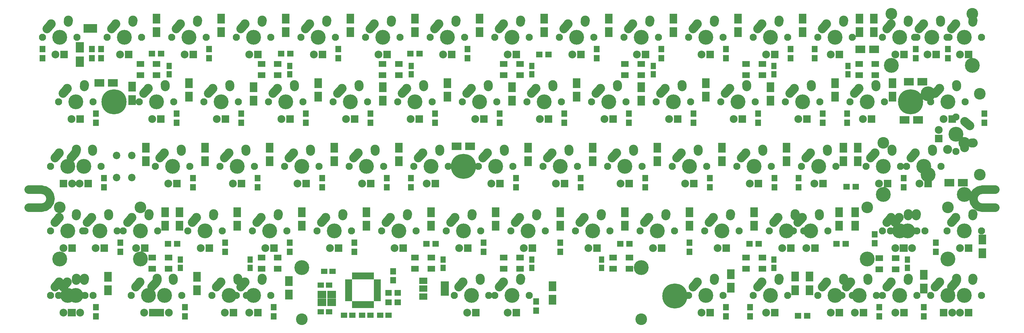
<source format=gbs>
G04 #@! TF.FileFunction,Soldermask,Bot*
%FSLAX46Y46*%
G04 Gerber Fmt 4.6, Leading zero omitted, Abs format (unit mm)*
G04 Created by KiCad (PCBNEW 4.0.6) date 10/22/17 20:43:40*
%MOMM*%
%LPD*%
G01*
G04 APERTURE LIST*
%ADD10C,0.100000*%
%ADD11C,2.501900*%
%ADD12C,2.650000*%
%ADD13C,2.650000*%
%ADD14C,4.387800*%
%ADD15C,2.305000*%
%ADD16R,2.305000X2.305000*%
%ADD17C,2.101800*%
%ADD18R,1.700000X1.900000*%
%ADD19C,7.401300*%
%ADD20C,7.400240*%
%ADD21R,1.900000X1.650000*%
%ADD22R,1.650000X1.900000*%
%ADD23R,2.430000X3.050000*%
%ADD24C,3.448000*%
%ADD25R,2.400000X4.200000*%
%ADD26R,2.400000X1.900000*%
%ADD27R,1.900000X1.700000*%
%ADD28R,2.200000X1.800000*%
%ADD29C,2.200000*%
%ADD30R,2.000000X0.950000*%
%ADD31R,0.950000X2.000000*%
%ADD32R,0.900000X2.650000*%
%ADD33R,2.200000X2.900000*%
%ADD34R,2.900000X2.200000*%
%ADD35R,2.500000X2.200000*%
G04 APERTURE END LIST*
D10*
D11*
X329212500Y-102099050D02*
X333012500Y-102099050D01*
X326561550Y-104750000D02*
G75*
G02X329212500Y-102099050I2650950J0D01*
G01*
X329212500Y-107400950D02*
G75*
G02X326561550Y-104750000I0J2650950D01*
G01*
X329212500Y-107400950D02*
X333062500Y-107400950D01*
X48012500Y-102099050D02*
X51812500Y-102099050D01*
X54463450Y-104750000D02*
G75*
G03X51812500Y-102099050I-2650950J0D01*
G01*
X51812500Y-107400950D02*
G75*
G03X54463450Y-104750000I0J2650950D01*
G01*
X48012500Y-107400950D02*
X51812500Y-107400950D01*
D12*
X169187500Y-90750000D02*
X169227500Y-90170000D01*
D13*
X169227500Y-90170000D03*
D12*
X162877500Y-92710000D02*
X164187500Y-91250000D01*
D14*
X166687500Y-95250000D03*
D13*
X164187500Y-91250000D03*
D15*
X165417500Y-100330000D03*
D16*
X167957500Y-100330000D03*
D17*
X161607500Y-95250000D03*
X171767500Y-95250000D03*
D12*
X97750000Y-52650000D02*
X97790000Y-52070000D01*
D13*
X97790000Y-52070000D03*
D12*
X91440000Y-54610000D02*
X92750000Y-53150000D01*
D14*
X95250000Y-57150000D03*
D13*
X92750000Y-53150000D03*
D15*
X93980000Y-62230000D03*
D16*
X96520000Y-62230000D03*
D17*
X90170000Y-57150000D03*
X100330000Y-57150000D03*
D18*
X155448000Y-128858000D03*
X155448000Y-126158000D03*
D19*
X73212500Y-76150000D03*
D20*
X176212500Y-95250000D03*
X238512500Y-133450000D03*
X308062500Y-76150000D03*
D21*
X136614000Y-138160000D03*
X134114000Y-138160000D03*
X134114000Y-130286000D03*
X136614000Y-130286000D03*
X154140000Y-139176000D03*
X151640000Y-139176000D03*
X137650000Y-126222000D03*
X135150000Y-126222000D03*
X143472000Y-139176000D03*
X140972000Y-139176000D03*
X146306000Y-139176000D03*
X148806000Y-139176000D03*
D22*
X170180000Y-122702000D03*
X170180000Y-125202000D03*
X196342000Y-122702000D03*
X196342000Y-125202000D03*
X216916000Y-122702000D03*
X216916000Y-125202000D03*
X267716000Y-122702000D03*
X267716000Y-125202000D03*
X307086000Y-122702000D03*
X307086000Y-125202000D03*
X289560000Y-65552000D03*
X289560000Y-68052000D03*
X267716000Y-65552000D03*
X267716000Y-68052000D03*
X232156000Y-65552000D03*
X232156000Y-68052000D03*
X196342000Y-65552000D03*
X196342000Y-68052000D03*
X160782000Y-65552000D03*
X160782000Y-68052000D03*
X124968000Y-65552000D03*
X124968000Y-68052000D03*
X89408000Y-65552000D03*
X89408000Y-68052000D03*
X92710000Y-122702000D03*
X92710000Y-125202000D03*
X113284000Y-122702000D03*
X113284000Y-125202000D03*
D23*
X63103125Y-64293750D03*
X63103125Y-60113750D03*
D12*
X250150000Y-52650000D02*
X250190000Y-52070000D01*
D13*
X250190000Y-52070000D03*
D12*
X243840000Y-54610000D02*
X245150000Y-53150000D01*
D14*
X247650000Y-57150000D03*
D13*
X245150000Y-53150000D03*
D15*
X246380000Y-62230000D03*
D16*
X248920000Y-62230000D03*
D17*
X242570000Y-57150000D03*
X252730000Y-57150000D03*
D12*
X78700000Y-52650000D02*
X78740000Y-52070000D01*
D13*
X78740000Y-52070000D03*
D12*
X72390000Y-54610000D02*
X73700000Y-53150000D01*
D14*
X76200000Y-57150000D03*
D13*
X73700000Y-53150000D03*
D15*
X74930000Y-62230000D03*
D16*
X77470000Y-62230000D03*
D17*
X71120000Y-57150000D03*
X81280000Y-57150000D03*
D12*
X116800000Y-52650000D02*
X116840000Y-52070000D01*
D13*
X116840000Y-52070000D03*
D12*
X110490000Y-54610000D02*
X111800000Y-53150000D01*
D14*
X114300000Y-57150000D03*
D13*
X111800000Y-53150000D03*
D15*
X113030000Y-62230000D03*
D16*
X115570000Y-62230000D03*
D17*
X109220000Y-57150000D03*
X119380000Y-57150000D03*
D12*
X135850000Y-52650000D02*
X135890000Y-52070000D01*
D13*
X135890000Y-52070000D03*
D12*
X129540000Y-54610000D02*
X130850000Y-53150000D01*
D14*
X133350000Y-57150000D03*
D13*
X130850000Y-53150000D03*
D15*
X132080000Y-62230000D03*
D16*
X134620000Y-62230000D03*
D17*
X128270000Y-57150000D03*
X138430000Y-57150000D03*
D12*
X154900000Y-52650000D02*
X154940000Y-52070000D01*
D13*
X154940000Y-52070000D03*
D12*
X148590000Y-54610000D02*
X149900000Y-53150000D01*
D14*
X152400000Y-57150000D03*
D13*
X149900000Y-53150000D03*
D15*
X151130000Y-62230000D03*
D16*
X153670000Y-62230000D03*
D17*
X147320000Y-57150000D03*
X157480000Y-57150000D03*
D12*
X173950000Y-52650000D02*
X173990000Y-52070000D01*
D13*
X173990000Y-52070000D03*
D12*
X167640000Y-54610000D02*
X168950000Y-53150000D01*
D14*
X171450000Y-57150000D03*
D13*
X168950000Y-53150000D03*
D15*
X170180000Y-62230000D03*
D16*
X172720000Y-62230000D03*
D17*
X166370000Y-57150000D03*
X176530000Y-57150000D03*
D12*
X193000000Y-52650000D02*
X193040000Y-52070000D01*
D13*
X193040000Y-52070000D03*
D12*
X186690000Y-54610000D02*
X188000000Y-53150000D01*
D14*
X190500000Y-57150000D03*
D13*
X188000000Y-53150000D03*
D15*
X189230000Y-62230000D03*
D16*
X191770000Y-62230000D03*
D17*
X185420000Y-57150000D03*
X195580000Y-57150000D03*
D12*
X212050000Y-52650000D02*
X212090000Y-52070000D01*
D13*
X212090000Y-52070000D03*
D12*
X205740000Y-54610000D02*
X207050000Y-53150000D01*
D14*
X209550000Y-57150000D03*
D13*
X207050000Y-53150000D03*
D15*
X208280000Y-62230000D03*
D16*
X210820000Y-62230000D03*
D17*
X204470000Y-57150000D03*
X214630000Y-57150000D03*
D12*
X231100000Y-52650000D02*
X231140000Y-52070000D01*
D13*
X231140000Y-52070000D03*
D12*
X224790000Y-54610000D02*
X226100000Y-53150000D01*
D14*
X228600000Y-57150000D03*
D13*
X226100000Y-53150000D03*
D15*
X227330000Y-62230000D03*
D16*
X229870000Y-62230000D03*
D17*
X223520000Y-57150000D03*
X233680000Y-57150000D03*
D12*
X283487500Y-90750000D02*
X283527500Y-90170000D01*
D13*
X283527500Y-90170000D03*
D12*
X277177500Y-92710000D02*
X278487500Y-91250000D01*
D14*
X280987500Y-95250000D03*
D13*
X278487500Y-91250000D03*
D15*
X279717500Y-100330000D03*
D16*
X282257500Y-100330000D03*
D17*
X275907500Y-95250000D03*
X286067500Y-95250000D03*
D12*
X235862500Y-109800000D02*
X235902500Y-109220000D01*
D13*
X235902500Y-109220000D03*
D12*
X229552500Y-111760000D02*
X230862500Y-110300000D01*
D14*
X233362500Y-114300000D03*
D13*
X230862500Y-110300000D03*
D15*
X232092500Y-119380000D03*
D16*
X234632500Y-119380000D03*
D17*
X228282500Y-114300000D03*
X238442500Y-114300000D03*
D12*
X269200000Y-52650000D02*
X269240000Y-52070000D01*
D13*
X269240000Y-52070000D03*
D12*
X262890000Y-54610000D02*
X264200000Y-53150000D01*
D14*
X266700000Y-57150000D03*
D13*
X264200000Y-53150000D03*
D15*
X265430000Y-62230000D03*
D16*
X267970000Y-62230000D03*
D17*
X261620000Y-57150000D03*
X271780000Y-57150000D03*
D12*
X254912500Y-109800000D02*
X254952500Y-109220000D01*
D13*
X254952500Y-109220000D03*
D12*
X248602500Y-111760000D02*
X249912500Y-110300000D01*
D14*
X252412500Y-114300000D03*
D13*
X249912500Y-110300000D03*
D15*
X251142500Y-119380000D03*
D16*
X253682500Y-119380000D03*
D17*
X247332500Y-114300000D03*
X257492500Y-114300000D03*
D12*
X281106250Y-109800000D02*
X281146250Y-109220000D01*
D13*
X281146250Y-109220000D03*
D12*
X274796250Y-111760000D02*
X276106250Y-110300000D01*
D14*
X278606250Y-114300000D03*
D13*
X276106250Y-110300000D03*
D15*
X277336250Y-119380000D03*
D16*
X279876250Y-119380000D03*
D17*
X273526250Y-114300000D03*
X283686250Y-114300000D03*
D12*
X273962500Y-109800000D02*
X274002500Y-109220000D01*
D13*
X274002500Y-109220000D03*
D12*
X267652500Y-111760000D02*
X268962500Y-110300000D01*
D14*
X271462500Y-114300000D03*
D13*
X268962500Y-110300000D03*
D15*
X270192500Y-119380000D03*
D16*
X272732500Y-119380000D03*
D17*
X266382500Y-114300000D03*
X276542500Y-114300000D03*
D12*
X264437500Y-90750000D02*
X264477500Y-90170000D01*
D13*
X264477500Y-90170000D03*
D12*
X258127500Y-92710000D02*
X259437500Y-91250000D01*
D14*
X261937500Y-95250000D03*
D13*
X259437500Y-91250000D03*
D15*
X260667500Y-100330000D03*
D16*
X263207500Y-100330000D03*
D17*
X256857500Y-95250000D03*
X267017500Y-95250000D03*
D12*
X288250000Y-52650000D02*
X288290000Y-52070000D01*
D13*
X288290000Y-52070000D03*
D12*
X281940000Y-54610000D02*
X283250000Y-53150000D01*
D14*
X285750000Y-57150000D03*
D13*
X283250000Y-53150000D03*
D15*
X284480000Y-62230000D03*
D16*
X287020000Y-62230000D03*
D17*
X280670000Y-57150000D03*
X290830000Y-57150000D03*
D12*
X92987500Y-90750000D02*
X93027500Y-90170000D01*
D13*
X93027500Y-90170000D03*
D12*
X86677500Y-92710000D02*
X87987500Y-91250000D01*
D14*
X90487500Y-95250000D03*
D13*
X87987500Y-91250000D03*
D15*
X89217500Y-100330000D03*
D16*
X91757500Y-100330000D03*
D17*
X85407500Y-95250000D03*
X95567500Y-95250000D03*
D12*
X109656250Y-128850000D02*
X109696250Y-128270000D01*
D13*
X109696250Y-128270000D03*
D12*
X103346250Y-130810000D02*
X104656250Y-129350000D01*
D14*
X107156250Y-133350000D03*
D13*
X104656250Y-129350000D03*
D15*
X105886250Y-138430000D03*
D16*
X108426250Y-138430000D03*
D17*
X102076250Y-133350000D03*
X112236250Y-133350000D03*
D12*
X178712500Y-109800000D02*
X178752500Y-109220000D01*
D13*
X178752500Y-109220000D03*
D12*
X172402500Y-111760000D02*
X173712500Y-110300000D01*
D14*
X176212500Y-114300000D03*
D13*
X173712500Y-110300000D03*
D15*
X174942500Y-119380000D03*
D16*
X177482500Y-119380000D03*
D17*
X171132500Y-114300000D03*
X181292500Y-114300000D03*
D12*
X326350000Y-52650000D02*
X326390000Y-52070000D01*
D13*
X326390000Y-52070000D03*
D12*
X320040000Y-54610000D02*
X321350000Y-53150000D01*
D14*
X323850000Y-57150000D03*
D13*
X321350000Y-53150000D03*
D15*
X322580000Y-62230000D03*
D16*
X325120000Y-62230000D03*
D17*
X318770000Y-57150000D03*
X328930000Y-57150000D03*
D12*
X316825000Y-52650000D02*
X316865000Y-52070000D01*
D13*
X316865000Y-52070000D03*
D12*
X310515000Y-54610000D02*
X311825000Y-53150000D01*
D14*
X314325000Y-57150000D03*
D13*
X311825000Y-53150000D03*
D15*
X313055000Y-62230000D03*
D16*
X315595000Y-62230000D03*
D17*
X309245000Y-57150000D03*
X319405000Y-57150000D03*
D24*
X302418750Y-50165000D03*
X326231250Y-50165000D03*
D14*
X302418750Y-65405000D03*
X326231250Y-65405000D03*
D12*
X140612500Y-109800000D02*
X140652500Y-109220000D01*
D13*
X140652500Y-109220000D03*
D12*
X134302500Y-111760000D02*
X135612500Y-110300000D01*
D14*
X138112500Y-114300000D03*
D13*
X135612500Y-110300000D03*
D15*
X136842500Y-119380000D03*
D16*
X139382500Y-119380000D03*
D17*
X133032500Y-114300000D03*
X143192500Y-114300000D03*
D12*
X66793750Y-90750000D02*
X66833750Y-90170000D01*
D13*
X66833750Y-90170000D03*
D12*
X60483750Y-92710000D02*
X61793750Y-91250000D01*
D14*
X64293750Y-95250000D03*
D13*
X61793750Y-91250000D03*
D15*
X63023750Y-100330000D03*
D16*
X65563750Y-100330000D03*
D17*
X59213750Y-95250000D03*
X69373750Y-95250000D03*
D12*
X62031250Y-128850000D02*
X62071250Y-128270000D01*
D13*
X62071250Y-128270000D03*
D12*
X55721250Y-130810000D02*
X57031250Y-129350000D01*
D14*
X59531250Y-133350000D03*
D13*
X57031250Y-129350000D03*
D15*
X58261250Y-138430000D03*
D16*
X60801250Y-138430000D03*
D17*
X54451250Y-133350000D03*
X64611250Y-133350000D03*
D12*
X131087500Y-90750000D02*
X131127500Y-90170000D01*
D13*
X131127500Y-90170000D03*
D12*
X124777500Y-92710000D02*
X126087500Y-91250000D01*
D14*
X128587500Y-95250000D03*
D13*
X126087500Y-91250000D03*
D15*
X127317500Y-100330000D03*
D16*
X129857500Y-100330000D03*
D17*
X123507500Y-95250000D03*
X133667500Y-95250000D03*
D12*
X307300000Y-52650000D02*
X307340000Y-52070000D01*
D13*
X307340000Y-52070000D03*
D12*
X300990000Y-54610000D02*
X302300000Y-53150000D01*
D14*
X304800000Y-57150000D03*
D13*
X302300000Y-53150000D03*
D15*
X303530000Y-62230000D03*
D16*
X306070000Y-62230000D03*
D17*
X299720000Y-57150000D03*
X309880000Y-57150000D03*
D12*
X307300000Y-128850000D02*
X307340000Y-128270000D01*
D13*
X307340000Y-128270000D03*
D12*
X300990000Y-130810000D02*
X302300000Y-129350000D01*
D14*
X304800000Y-133350000D03*
D13*
X302300000Y-129350000D03*
D15*
X303530000Y-138430000D03*
D16*
X306070000Y-138430000D03*
D17*
X299720000Y-133350000D03*
X309880000Y-133350000D03*
D12*
X126325000Y-71700000D02*
X126365000Y-71120000D01*
D13*
X126365000Y-71120000D03*
D12*
X120015000Y-73660000D02*
X121325000Y-72200000D01*
D14*
X123825000Y-76200000D03*
D13*
X121325000Y-72200000D03*
D15*
X122555000Y-81280000D03*
D16*
X125095000Y-81280000D03*
D17*
X118745000Y-76200000D03*
X128905000Y-76200000D03*
D12*
X314443750Y-90750000D02*
X314483750Y-90170000D01*
D13*
X314483750Y-90170000D03*
D12*
X308133750Y-92710000D02*
X309443750Y-91250000D01*
D14*
X311943750Y-95250000D03*
D13*
X309443750Y-91250000D03*
D15*
X310673750Y-100330000D03*
D16*
X313213750Y-100330000D03*
D17*
X306863750Y-95250000D03*
X317023750Y-95250000D03*
D24*
X300037500Y-88265000D03*
X323850000Y-88265000D03*
D14*
X300037500Y-103505000D03*
X323850000Y-103505000D03*
D12*
X59650000Y-52650000D02*
X59690000Y-52070000D01*
D13*
X59690000Y-52070000D03*
D12*
X53340000Y-54610000D02*
X54650000Y-53150000D01*
D14*
X57150000Y-57150000D03*
D13*
X54650000Y-53150000D03*
D15*
X55880000Y-62230000D03*
D16*
X58420000Y-62230000D03*
D17*
X52070000Y-57150000D03*
X62230000Y-57150000D03*
D12*
X150137500Y-90750000D02*
X150177500Y-90170000D01*
D13*
X150177500Y-90170000D03*
D12*
X143827500Y-92710000D02*
X145137500Y-91250000D01*
D14*
X147637500Y-95250000D03*
D13*
X145137500Y-91250000D03*
D15*
X146367500Y-100330000D03*
D16*
X148907500Y-100330000D03*
D17*
X142557500Y-95250000D03*
X152717500Y-95250000D03*
D12*
X250150000Y-128850000D02*
X250190000Y-128270000D01*
D13*
X250190000Y-128270000D03*
D12*
X243840000Y-130810000D02*
X245150000Y-129350000D01*
D14*
X247650000Y-133350000D03*
D13*
X245150000Y-129350000D03*
D15*
X246380000Y-138430000D03*
D16*
X248920000Y-138430000D03*
D17*
X242570000Y-133350000D03*
X252730000Y-133350000D03*
D12*
X188237500Y-90750000D02*
X188277500Y-90170000D01*
D13*
X188277500Y-90170000D03*
D12*
X181927500Y-92710000D02*
X183237500Y-91250000D01*
D14*
X185737500Y-95250000D03*
D13*
X183237500Y-91250000D03*
D15*
X184467500Y-100330000D03*
D16*
X187007500Y-100330000D03*
D17*
X180657500Y-95250000D03*
X190817500Y-95250000D03*
D12*
X221575000Y-71700000D02*
X221615000Y-71120000D01*
D13*
X221615000Y-71120000D03*
D12*
X215265000Y-73660000D02*
X216575000Y-72200000D01*
D14*
X219075000Y-76200000D03*
D13*
X216575000Y-72200000D03*
D15*
X217805000Y-81280000D03*
D16*
X220345000Y-81280000D03*
D17*
X213995000Y-76200000D03*
X224155000Y-76200000D03*
D12*
X83462500Y-109800000D02*
X83502500Y-109220000D01*
D13*
X83502500Y-109220000D03*
D12*
X77152500Y-111760000D02*
X78462500Y-110300000D01*
D14*
X80962500Y-114300000D03*
D13*
X78462500Y-110300000D03*
D15*
X79692500Y-119380000D03*
D16*
X82232500Y-119380000D03*
D17*
X75882500Y-114300000D03*
X86042500Y-114300000D03*
D12*
X302537500Y-90750000D02*
X302577500Y-90170000D01*
D13*
X302577500Y-90170000D03*
D12*
X296227500Y-92710000D02*
X297537500Y-91250000D01*
D14*
X300037500Y-95250000D03*
D13*
X297537500Y-91250000D03*
D15*
X298767500Y-100330000D03*
D16*
X301307500Y-100330000D03*
D17*
X294957500Y-95250000D03*
X305117500Y-95250000D03*
D12*
X207287500Y-90750000D02*
X207327500Y-90170000D01*
D13*
X207327500Y-90170000D03*
D12*
X200977500Y-92710000D02*
X202287500Y-91250000D01*
D14*
X204787500Y-95250000D03*
D13*
X202287500Y-91250000D03*
D15*
X203517500Y-100330000D03*
D16*
X206057500Y-100330000D03*
D17*
X199707500Y-95250000D03*
X209867500Y-95250000D03*
D12*
X226337500Y-90750000D02*
X226377500Y-90170000D01*
D13*
X226377500Y-90170000D03*
D12*
X220027500Y-92710000D02*
X221337500Y-91250000D01*
D14*
X223837500Y-95250000D03*
D13*
X221337500Y-91250000D03*
D15*
X222567500Y-100330000D03*
D16*
X225107500Y-100330000D03*
D17*
X218757500Y-95250000D03*
X228917500Y-95250000D03*
D12*
X245387500Y-90750000D02*
X245427500Y-90170000D01*
D13*
X245427500Y-90170000D03*
D12*
X239077500Y-92710000D02*
X240387500Y-91250000D01*
D14*
X242887500Y-95250000D03*
D13*
X240387500Y-91250000D03*
D15*
X241617500Y-100330000D03*
D16*
X244157500Y-100330000D03*
D17*
X237807500Y-95250000D03*
X247967500Y-95250000D03*
D12*
X288250000Y-128850000D02*
X288290000Y-128270000D01*
D13*
X288290000Y-128270000D03*
D12*
X281940000Y-130810000D02*
X283250000Y-129350000D01*
D14*
X285750000Y-133350000D03*
D13*
X283250000Y-129350000D03*
D15*
X284480000Y-138430000D03*
D16*
X287020000Y-138430000D03*
D17*
X280670000Y-133350000D03*
X290830000Y-133350000D03*
D12*
X216812500Y-109800000D02*
X216852500Y-109220000D01*
D13*
X216852500Y-109220000D03*
D12*
X210502500Y-111760000D02*
X211812500Y-110300000D01*
D14*
X214312500Y-114300000D03*
D13*
X211812500Y-110300000D03*
D15*
X213042500Y-119380000D03*
D16*
X215582500Y-119380000D03*
D17*
X209232500Y-114300000D03*
X219392500Y-114300000D03*
D12*
X197762500Y-109800000D02*
X197802500Y-109220000D01*
D13*
X197802500Y-109220000D03*
D12*
X191452500Y-111760000D02*
X192762500Y-110300000D01*
D14*
X195262500Y-114300000D03*
D13*
X192762500Y-110300000D03*
D15*
X193992500Y-119380000D03*
D16*
X196532500Y-119380000D03*
D17*
X190182500Y-114300000D03*
X200342500Y-114300000D03*
D12*
X240625000Y-71700000D02*
X240665000Y-71120000D01*
D13*
X240665000Y-71120000D03*
D12*
X234315000Y-73660000D02*
X235625000Y-72200000D01*
D14*
X238125000Y-76200000D03*
D13*
X235625000Y-72200000D03*
D15*
X236855000Y-81280000D03*
D16*
X239395000Y-81280000D03*
D17*
X233045000Y-76200000D03*
X243205000Y-76200000D03*
D12*
X259675000Y-71700000D02*
X259715000Y-71120000D01*
D13*
X259715000Y-71120000D03*
D12*
X253365000Y-73660000D02*
X254675000Y-72200000D01*
D14*
X257175000Y-76200000D03*
D13*
X254675000Y-72200000D03*
D15*
X255905000Y-81280000D03*
D16*
X258445000Y-81280000D03*
D17*
X252095000Y-76200000D03*
X262255000Y-76200000D03*
D12*
X88225000Y-71700000D02*
X88265000Y-71120000D01*
D13*
X88265000Y-71120000D03*
D12*
X81915000Y-73660000D02*
X83225000Y-72200000D01*
D14*
X85725000Y-76200000D03*
D13*
X83225000Y-72200000D03*
D15*
X84455000Y-81280000D03*
D16*
X86995000Y-81280000D03*
D17*
X80645000Y-76200000D03*
X90805000Y-76200000D03*
D12*
X145375000Y-71700000D02*
X145415000Y-71120000D01*
D13*
X145415000Y-71120000D03*
D12*
X139065000Y-73660000D02*
X140375000Y-72200000D01*
D14*
X142875000Y-76200000D03*
D13*
X140375000Y-72200000D03*
D15*
X141605000Y-81280000D03*
D16*
X144145000Y-81280000D03*
D17*
X137795000Y-76200000D03*
X147955000Y-76200000D03*
D12*
X326350000Y-128850000D02*
X326390000Y-128270000D01*
D13*
X326390000Y-128270000D03*
D12*
X320040000Y-130810000D02*
X321350000Y-129350000D01*
D14*
X323850000Y-133350000D03*
D13*
X321350000Y-129350000D03*
D15*
X322580000Y-138430000D03*
D16*
X325120000Y-138430000D03*
D17*
X318770000Y-133350000D03*
X328930000Y-133350000D03*
D12*
X326350000Y-109800000D02*
X326390000Y-109220000D01*
D13*
X326390000Y-109220000D03*
D12*
X320040000Y-111760000D02*
X321350000Y-110300000D01*
D14*
X323850000Y-114300000D03*
D13*
X321350000Y-110300000D03*
D15*
X322580000Y-119380000D03*
D16*
X325120000Y-119380000D03*
D17*
X318770000Y-114300000D03*
X328930000Y-114300000D03*
D12*
X112037500Y-90750000D02*
X112077500Y-90170000D01*
D13*
X112077500Y-90170000D03*
D12*
X105727500Y-92710000D02*
X107037500Y-91250000D01*
D14*
X109537500Y-95250000D03*
D13*
X107037500Y-91250000D03*
D15*
X108267500Y-100330000D03*
D16*
X110807500Y-100330000D03*
D17*
X104457500Y-95250000D03*
X114617500Y-95250000D03*
D12*
X71556250Y-109800000D02*
X71596250Y-109220000D01*
D13*
X71596250Y-109220000D03*
D12*
X65246250Y-111760000D02*
X66556250Y-110300000D01*
D14*
X69056250Y-114300000D03*
D13*
X66556250Y-110300000D03*
D15*
X67786250Y-119380000D03*
D16*
X70326250Y-119380000D03*
D17*
X63976250Y-114300000D03*
X74136250Y-114300000D03*
D24*
X57150000Y-107315000D03*
X80962500Y-107315000D03*
D14*
X57150000Y-122555000D03*
X80962500Y-122555000D03*
D12*
X181093750Y-128850000D02*
X181133750Y-128270000D01*
D13*
X181133750Y-128270000D03*
D12*
X174783750Y-130810000D02*
X176093750Y-129350000D01*
D14*
X178593750Y-133350000D03*
D13*
X176093750Y-129350000D03*
D15*
X177323750Y-138430000D03*
D16*
X179863750Y-138430000D03*
D17*
X173513750Y-133350000D03*
X183673750Y-133350000D03*
D24*
X128593850Y-140335000D03*
X228593650Y-140335000D03*
D14*
X128593850Y-125095000D03*
X228593650Y-125095000D03*
D12*
X193000000Y-128850000D02*
X193040000Y-128270000D01*
D13*
X193040000Y-128270000D03*
D12*
X186690000Y-130810000D02*
X188000000Y-129350000D01*
D14*
X190500000Y-133350000D03*
D13*
X188000000Y-129350000D03*
D15*
X189230000Y-138430000D03*
D16*
X191770000Y-138430000D03*
D17*
X185420000Y-133350000D03*
X195580000Y-133350000D03*
D12*
X164425000Y-71700000D02*
X164465000Y-71120000D01*
D13*
X164465000Y-71120000D03*
D12*
X158115000Y-73660000D02*
X159425000Y-72200000D01*
D14*
X161925000Y-76200000D03*
D13*
X159425000Y-72200000D03*
D15*
X160655000Y-81280000D03*
D16*
X163195000Y-81280000D03*
D17*
X156845000Y-76200000D03*
X167005000Y-76200000D03*
D12*
X64412500Y-71700000D02*
X64452500Y-71120000D01*
D13*
X64452500Y-71120000D03*
D12*
X58102500Y-73660000D02*
X59412500Y-72200000D01*
D14*
X61912500Y-76200000D03*
D13*
X59412500Y-72200000D03*
D15*
X60642500Y-81280000D03*
D16*
X63182500Y-81280000D03*
D17*
X56832500Y-76200000D03*
X66992500Y-76200000D03*
D12*
X202525000Y-71700000D02*
X202565000Y-71120000D01*
D13*
X202565000Y-71120000D03*
D12*
X196215000Y-73660000D02*
X197525000Y-72200000D01*
D14*
X200025000Y-76200000D03*
D13*
X197525000Y-72200000D03*
D15*
X198755000Y-81280000D03*
D16*
X201295000Y-81280000D03*
D17*
X194945000Y-76200000D03*
X205105000Y-76200000D03*
D12*
X307300000Y-109800000D02*
X307340000Y-109220000D01*
D13*
X307340000Y-109220000D03*
D12*
X300990000Y-111760000D02*
X302300000Y-110300000D01*
D14*
X304800000Y-114300000D03*
D13*
X302300000Y-110300000D03*
D15*
X303530000Y-119380000D03*
D16*
X306070000Y-119380000D03*
D17*
X299720000Y-114300000D03*
X309880000Y-114300000D03*
D12*
X159662500Y-109800000D02*
X159702500Y-109220000D01*
D13*
X159702500Y-109220000D03*
D12*
X153352500Y-111760000D02*
X154662500Y-110300000D01*
D14*
X157162500Y-114300000D03*
D13*
X154662500Y-110300000D03*
D15*
X155892500Y-119380000D03*
D16*
X158432500Y-119380000D03*
D17*
X152082500Y-114300000D03*
X162242500Y-114300000D03*
D12*
X107275000Y-71700000D02*
X107315000Y-71120000D01*
D13*
X107315000Y-71120000D03*
D12*
X100965000Y-73660000D02*
X102275000Y-72200000D01*
D14*
X104775000Y-76200000D03*
D13*
X102275000Y-72200000D03*
D15*
X103505000Y-81280000D03*
D16*
X106045000Y-81280000D03*
D17*
X99695000Y-76200000D03*
X109855000Y-76200000D03*
D12*
X85843750Y-128850000D02*
X85883750Y-128270000D01*
D13*
X85883750Y-128270000D03*
D12*
X79533750Y-130810000D02*
X80843750Y-129350000D01*
D14*
X83343750Y-133350000D03*
D13*
X80843750Y-129350000D03*
D15*
X82073750Y-138430000D03*
D16*
X84613750Y-138430000D03*
D17*
X78263750Y-133350000D03*
X88423750Y-133350000D03*
D12*
X121562500Y-109800000D02*
X121602500Y-109220000D01*
D13*
X121602500Y-109220000D03*
D12*
X115252500Y-111760000D02*
X116562500Y-110300000D01*
D14*
X119062500Y-114300000D03*
D13*
X116562500Y-110300000D03*
D15*
X117792500Y-119380000D03*
D16*
X120332500Y-119380000D03*
D17*
X113982500Y-114300000D03*
X124142500Y-114300000D03*
D12*
X183475000Y-71700000D02*
X183515000Y-71120000D01*
D13*
X183515000Y-71120000D03*
D12*
X177165000Y-73660000D02*
X178475000Y-72200000D01*
D14*
X180975000Y-76200000D03*
D13*
X178475000Y-72200000D03*
D15*
X179705000Y-81280000D03*
D16*
X182245000Y-81280000D03*
D17*
X175895000Y-76200000D03*
X186055000Y-76200000D03*
D12*
X102512500Y-109800000D02*
X102552500Y-109220000D01*
D13*
X102552500Y-109220000D03*
D12*
X96202500Y-111760000D02*
X97512500Y-110300000D01*
D14*
X100012500Y-114300000D03*
D13*
X97512500Y-110300000D03*
D15*
X98742500Y-119380000D03*
D16*
X101282500Y-119380000D03*
D17*
X94932500Y-114300000D03*
X105092500Y-114300000D03*
D12*
X278725000Y-71700000D02*
X278765000Y-71120000D01*
D13*
X278765000Y-71120000D03*
D12*
X272415000Y-73660000D02*
X273725000Y-72200000D01*
D14*
X276225000Y-76200000D03*
D13*
X273725000Y-72200000D03*
D15*
X274955000Y-81280000D03*
D16*
X277495000Y-81280000D03*
D17*
X271145000Y-76200000D03*
X281305000Y-76200000D03*
D12*
X321587500Y-71700000D02*
X321627500Y-71120000D01*
D13*
X321627500Y-71120000D03*
D12*
X315277500Y-73660000D02*
X316587500Y-72200000D01*
D14*
X319087500Y-76200000D03*
D13*
X316587500Y-72200000D03*
D15*
X317817500Y-81280000D03*
D16*
X320357500Y-81280000D03*
D17*
X314007500Y-76200000D03*
X324167500Y-76200000D03*
D12*
X297775000Y-71700000D02*
X297815000Y-71120000D01*
D13*
X297815000Y-71120000D03*
D12*
X291465000Y-73660000D02*
X292775000Y-72200000D01*
D14*
X295275000Y-76200000D03*
D13*
X292775000Y-72200000D03*
D15*
X294005000Y-81280000D03*
D16*
X296545000Y-81280000D03*
D17*
X290195000Y-76200000D03*
X300355000Y-76200000D03*
D12*
X269200000Y-128850000D02*
X269240000Y-128270000D01*
D13*
X269240000Y-128270000D03*
D12*
X262890000Y-130810000D02*
X264200000Y-129350000D01*
D14*
X266700000Y-133350000D03*
D13*
X264200000Y-129350000D03*
D15*
X265430000Y-138430000D03*
D16*
X267970000Y-138430000D03*
D17*
X261620000Y-133350000D03*
X271780000Y-133350000D03*
D25*
X170688000Y-131318000D03*
D26*
X164388000Y-131318000D03*
X164388000Y-129018000D03*
X164388000Y-133618000D03*
D27*
X154098000Y-135382000D03*
X156798000Y-135382000D03*
D18*
X69342000Y-63262500D03*
X69342000Y-60562500D03*
X66675000Y-63262500D03*
X66675000Y-60562500D03*
D27*
X156798000Y-132588000D03*
X154098000Y-132588000D03*
D28*
X166706250Y-122175000D03*
X166706250Y-125475000D03*
X161906250Y-125475000D03*
X161906250Y-122175000D03*
X192900000Y-122175000D03*
X192900000Y-125475000D03*
X188100000Y-125475000D03*
X188100000Y-122175000D03*
X225158000Y-122175000D03*
X225158000Y-125475000D03*
X220358000Y-125475000D03*
X220358000Y-122175000D03*
X264337500Y-122175000D03*
X264337500Y-125475000D03*
X259537500Y-125475000D03*
X259537500Y-122175000D03*
X303644000Y-122302000D03*
X303644000Y-125602000D03*
X298844000Y-125602000D03*
X298844000Y-122302000D03*
X297675000Y-65025000D03*
X297675000Y-68325000D03*
X292875000Y-68325000D03*
X292875000Y-65025000D03*
X264337500Y-65025000D03*
X264337500Y-68325000D03*
X259537500Y-68325000D03*
X259537500Y-65025000D03*
X228618750Y-65025000D03*
X228618750Y-68325000D03*
X223818750Y-68325000D03*
X223818750Y-65025000D03*
X192900000Y-65025000D03*
X192900000Y-68325000D03*
X188100000Y-68325000D03*
X188100000Y-65025000D03*
X157181250Y-65025000D03*
X157181250Y-68325000D03*
X152381250Y-68325000D03*
X152381250Y-65025000D03*
X121462500Y-65025000D03*
X121462500Y-68325000D03*
X116662500Y-68325000D03*
X116662500Y-65025000D03*
X85743750Y-65025000D03*
X85743750Y-68325000D03*
X80943750Y-68325000D03*
X80943750Y-65025000D03*
X89268000Y-122175000D03*
X89268000Y-125475000D03*
X84468000Y-125475000D03*
X84468000Y-122175000D03*
X121462500Y-122175000D03*
X121462500Y-125475000D03*
X116662500Y-125475000D03*
X116662500Y-122175000D03*
D29*
X78450000Y-92000000D03*
X73950000Y-98500000D03*
X73950000Y-92000000D03*
X78450000Y-98500000D03*
D30*
X142353500Y-134610000D03*
X142353500Y-133810000D03*
X142353500Y-133010000D03*
X142353500Y-132210000D03*
X142353500Y-131410000D03*
X142353500Y-130610000D03*
X142353500Y-129810000D03*
X142353500Y-129010000D03*
D31*
X143803500Y-127560000D03*
X144603500Y-127560000D03*
X145403500Y-127560000D03*
X146203500Y-127560000D03*
X147003500Y-127560000D03*
X147803500Y-127560000D03*
X148603500Y-127560000D03*
X149403500Y-127560000D03*
D30*
X150853500Y-129010000D03*
X150853500Y-129810000D03*
X150853500Y-130610000D03*
X150853500Y-131410000D03*
X150853500Y-132210000D03*
X150853500Y-133010000D03*
X150853500Y-133810000D03*
X150853500Y-134610000D03*
D31*
X149403500Y-136060000D03*
X148603500Y-136060000D03*
X147803500Y-136060000D03*
X147003500Y-136060000D03*
X146203500Y-136060000D03*
X145403500Y-136060000D03*
X144603500Y-136060000D03*
X143803500Y-136060000D03*
D32*
X67800000Y-54506250D03*
X67000000Y-54506250D03*
X66200000Y-54506250D03*
X65400000Y-54506250D03*
X64600000Y-54506250D03*
D12*
X62031250Y-109800000D02*
X62071250Y-109220000D01*
D13*
X62071250Y-109220000D03*
D12*
X55721250Y-111760000D02*
X57031250Y-110300000D01*
D14*
X59531250Y-114300000D03*
D13*
X57031250Y-110300000D03*
D15*
X58261250Y-119380000D03*
D16*
X60801250Y-119380000D03*
D17*
X54451250Y-114300000D03*
X64611250Y-114300000D03*
D12*
X116800000Y-128850000D02*
X116840000Y-128270000D01*
D13*
X116840000Y-128270000D03*
D12*
X110490000Y-130810000D02*
X111800000Y-129350000D01*
D14*
X114300000Y-133350000D03*
D13*
X111800000Y-129350000D03*
D15*
X113030000Y-138430000D03*
D16*
X115570000Y-138430000D03*
D17*
X109220000Y-133350000D03*
X119380000Y-133350000D03*
D12*
X295393750Y-128850000D02*
X295433750Y-128270000D01*
D13*
X295433750Y-128270000D03*
D12*
X289083750Y-130810000D02*
X290393750Y-129350000D01*
D14*
X292893750Y-133350000D03*
D13*
X290393750Y-129350000D03*
D15*
X291623750Y-138430000D03*
D16*
X294163750Y-138430000D03*
D17*
X287813750Y-133350000D03*
X297973750Y-133350000D03*
D12*
X325968750Y-88225000D02*
X326548750Y-88264998D01*
D13*
X326548750Y-88265000D03*
D12*
X324008750Y-81915000D02*
X325468758Y-83224990D01*
D14*
X321468750Y-85725000D03*
D13*
X325468750Y-83225000D03*
D16*
X316388750Y-86995000D03*
D15*
X316388750Y-84455000D03*
D17*
X321468750Y-80645000D03*
X321468750Y-90805000D03*
D13*
X323968750Y-89725000D03*
X318968750Y-90225000D03*
D24*
X328453750Y-97631250D03*
X328453750Y-73818750D03*
D14*
X313213750Y-97631250D03*
X313213750Y-73818750D03*
D33*
X257175000Y-51578125D03*
X257175000Y-55578125D03*
X85725000Y-51578125D03*
X85725000Y-55578125D03*
X104775000Y-51578125D03*
X104775000Y-55578125D03*
X123825000Y-51578125D03*
X123825000Y-55578125D03*
X142875000Y-51578125D03*
X142875000Y-55578125D03*
X161925000Y-51578125D03*
X161925000Y-55578125D03*
X180975000Y-51578125D03*
X180975000Y-55578125D03*
X200025000Y-51578125D03*
X200025000Y-55578125D03*
X219075000Y-51578125D03*
X219075000Y-55578125D03*
X238125000Y-51578125D03*
X238125000Y-55578125D03*
X288250000Y-89678125D03*
X288250000Y-93678125D03*
X242887500Y-108728125D03*
X242887500Y-112728125D03*
X276225000Y-51578125D03*
X276225000Y-55578125D03*
X261937500Y-108728125D03*
X261937500Y-112728125D03*
X286940625Y-108728125D03*
X286940625Y-112728125D03*
X271462500Y-89678125D03*
X271462500Y-93678125D03*
X293000000Y-51578125D03*
X293000000Y-55578125D03*
X100012500Y-89678125D03*
X100012500Y-93678125D03*
X124714000Y-129064000D03*
X124714000Y-133064000D03*
X185737500Y-108728125D03*
X185737500Y-112728125D03*
D34*
X293275000Y-60706000D03*
X297275000Y-60706000D03*
D33*
X147637500Y-108728125D03*
X147637500Y-112728125D03*
X82550000Y-89694000D03*
X82550000Y-93694000D03*
X71437500Y-127778125D03*
X71437500Y-131778125D03*
X138112500Y-89678125D03*
X138112500Y-93678125D03*
X297250000Y-51578125D03*
X297250000Y-55578125D03*
X311943750Y-127250000D03*
X311943750Y-131250000D03*
X133350000Y-70628125D03*
X133350000Y-74628125D03*
D34*
X306250000Y-81500000D03*
X310250000Y-81500000D03*
X72866000Y-70612000D03*
X68866000Y-70612000D03*
D33*
X157162500Y-89678125D03*
X157162500Y-93678125D03*
X255016000Y-127032000D03*
X255016000Y-131032000D03*
D34*
X178212500Y-89296875D03*
X174212500Y-89296875D03*
D33*
X195262500Y-89678125D03*
X195262500Y-93678125D03*
X228600000Y-71818750D03*
X228600000Y-75818750D03*
X92500000Y-108728125D03*
X92500000Y-112728125D03*
X292500000Y-89678125D03*
X292500000Y-93678125D03*
X214312500Y-89678125D03*
X214312500Y-93678125D03*
X233362500Y-89678125D03*
X233362500Y-93678125D03*
X252412500Y-89678125D03*
X252412500Y-93678125D03*
X278250000Y-127750000D03*
X278250000Y-131750000D03*
X223837500Y-108728125D03*
X223837500Y-112728125D03*
X204787500Y-108728125D03*
X204787500Y-112728125D03*
X247650000Y-70628125D03*
X247650000Y-74628125D03*
X266700000Y-71818750D03*
X266700000Y-75818750D03*
X95250000Y-70628125D03*
X95250000Y-74628125D03*
X152400000Y-71818750D03*
X152400000Y-75818750D03*
X329184000Y-116840000D03*
X329184000Y-120840000D03*
D34*
X319468750Y-100012500D03*
X323468750Y-100012500D03*
D33*
X119062500Y-89678125D03*
X119062500Y-93678125D03*
X88250000Y-108728125D03*
X88250000Y-112728125D03*
X202438000Y-130588000D03*
X202438000Y-134588000D03*
X171450000Y-70628125D03*
X171450000Y-74628125D03*
X78486000Y-71660000D03*
X78486000Y-75660000D03*
X209550000Y-70628125D03*
X209550000Y-74628125D03*
X291703125Y-108728125D03*
X291703125Y-112728125D03*
X166687500Y-108728125D03*
X166687500Y-112728125D03*
X114300000Y-71818750D03*
X114300000Y-75818750D03*
X97631250Y-127778125D03*
X97631250Y-131778125D03*
X128587500Y-108728125D03*
X128587500Y-112728125D03*
X190500000Y-71818750D03*
X190500000Y-75818750D03*
X109537500Y-108728125D03*
X109537500Y-112728125D03*
X285750000Y-70628125D03*
X285750000Y-74628125D03*
D34*
X307562500Y-70246875D03*
X311562500Y-70246875D03*
D33*
X302750000Y-70628125D03*
X302750000Y-74628125D03*
X274000000Y-127750000D03*
X274000000Y-131750000D03*
D35*
X137396000Y-135380000D03*
X134496000Y-135380000D03*
X134496000Y-133080000D03*
X137396000Y-133080000D03*
D18*
X253603125Y-60562500D03*
X253603125Y-63262500D03*
D27*
X87075000Y-61912500D03*
X84375000Y-61912500D03*
D18*
X101203125Y-60562500D03*
X101203125Y-63262500D03*
D27*
X125175000Y-61912500D03*
X122475000Y-61912500D03*
D18*
X139303125Y-60562500D03*
X139303125Y-63262500D03*
D27*
X163275000Y-61912500D03*
X160575000Y-61912500D03*
D18*
X177403125Y-60562500D03*
X177403125Y-63262500D03*
D27*
X201248000Y-62230000D03*
X198548000Y-62230000D03*
D18*
X215503125Y-60562500D03*
X215503125Y-63262500D03*
X234553125Y-60562500D03*
X234553125Y-63262500D03*
X275034375Y-98662500D03*
X275034375Y-101362500D03*
X242824000Y-117712500D03*
X242824000Y-120412500D03*
X272653125Y-60562500D03*
X272653125Y-63262500D03*
D27*
X263224000Y-118110000D03*
X260524000Y-118110000D03*
X288878000Y-118110000D03*
X286178000Y-118110000D03*
D18*
X267890625Y-98662500D03*
X267890625Y-101362500D03*
X279796875Y-60562500D03*
X279796875Y-63262500D03*
X96440625Y-98662500D03*
X96440625Y-101362500D03*
X120253125Y-136762500D03*
X120253125Y-139462500D03*
X182165625Y-117712500D03*
X182165625Y-120412500D03*
X319087500Y-60562500D03*
X319087500Y-63262500D03*
X144065625Y-117712500D03*
X144065625Y-120412500D03*
X70246875Y-98662500D03*
X70246875Y-101362500D03*
X67865625Y-136762500D03*
X67865625Y-139462500D03*
X134540625Y-98662500D03*
X134540625Y-101362500D03*
X309562500Y-60562500D03*
X309562500Y-63262500D03*
X298846875Y-136762500D03*
X298846875Y-139462500D03*
X129778125Y-79612500D03*
X129778125Y-82312500D03*
X305990625Y-98662500D03*
X305990625Y-101362500D03*
X52070000Y-60562500D03*
X52070000Y-63262500D03*
X153590625Y-98662500D03*
X153590625Y-101362500D03*
X253603125Y-136762500D03*
X253603125Y-139462500D03*
X160734375Y-98662500D03*
X160734375Y-101362500D03*
X191690625Y-98662500D03*
X191690625Y-101362500D03*
X225028125Y-79612500D03*
X225028125Y-82312500D03*
D27*
X91774000Y-118110000D03*
X89074000Y-118110000D03*
X289162500Y-101203125D03*
X291862500Y-101203125D03*
D18*
X210740625Y-98662500D03*
X210740625Y-101362500D03*
X229790625Y-98662500D03*
X229790625Y-101362500D03*
X248840625Y-98662500D03*
X248840625Y-101362500D03*
D27*
X274875000Y-139303125D03*
X277575000Y-139303125D03*
X225187500Y-118110000D03*
X222487500Y-118110000D03*
D18*
X204724000Y-117712500D03*
X204724000Y-120412500D03*
X244078125Y-79612500D03*
X244078125Y-82312500D03*
X263128125Y-79612500D03*
X263128125Y-82312500D03*
X91678125Y-79612500D03*
X91678125Y-82312500D03*
X148828125Y-79612500D03*
X148828125Y-82312500D03*
X311943750Y-136762500D03*
X311943750Y-139462500D03*
X315515625Y-117712500D03*
X315515625Y-120412500D03*
X115490625Y-98662500D03*
X115490625Y-101362500D03*
X75009375Y-117712500D03*
X75009375Y-120412500D03*
X197612000Y-135128000D03*
X197612000Y-137828000D03*
X167878125Y-79612500D03*
X167878125Y-82312500D03*
X67865625Y-79612500D03*
X67865625Y-82312500D03*
X205978125Y-79612500D03*
X205978125Y-82312500D03*
X297434000Y-115236000D03*
X297434000Y-117936000D03*
D27*
X167974000Y-118110000D03*
X165274000Y-118110000D03*
D18*
X110728125Y-79612500D03*
X110728125Y-82312500D03*
X94059375Y-136762500D03*
X94059375Y-139462500D03*
X125015625Y-117712500D03*
X125015625Y-120412500D03*
X186928125Y-79612500D03*
X186928125Y-82312500D03*
X105965625Y-117712500D03*
X105965625Y-120412500D03*
X282178125Y-79612500D03*
X282178125Y-82312500D03*
X329803125Y-79612500D03*
X329803125Y-82312500D03*
X289321875Y-79612500D03*
X289321875Y-82312500D03*
X260746875Y-136762500D03*
X260746875Y-139462500D03*
D12*
X62031250Y-90750000D02*
X62071250Y-90170000D01*
D13*
X62071250Y-90170000D03*
D12*
X55721250Y-92710000D02*
X57031250Y-91250000D01*
D14*
X59531250Y-95250000D03*
D13*
X57031250Y-91250000D03*
D16*
X58261250Y-100330000D03*
D15*
X60801250Y-100330000D03*
D17*
X54451250Y-95250000D03*
X64611250Y-95250000D03*
D12*
X64412500Y-128850000D02*
X64452500Y-128270000D01*
D13*
X64452500Y-128270000D03*
D12*
X58102500Y-130810000D02*
X59412500Y-129350000D01*
D14*
X61912500Y-133350000D03*
D13*
X59412500Y-129350000D03*
D16*
X60642500Y-138430000D03*
D15*
X63182500Y-138430000D03*
D17*
X56832500Y-133350000D03*
X66992500Y-133350000D03*
D12*
X90606250Y-128850000D02*
X90646250Y-128270000D01*
D13*
X90646250Y-128270000D03*
D12*
X84296250Y-130810000D02*
X85606250Y-129350000D01*
D14*
X88106250Y-133350000D03*
D13*
X85606250Y-129350000D03*
D16*
X86836250Y-138430000D03*
D15*
X89376250Y-138430000D03*
D17*
X83026250Y-133350000D03*
X93186250Y-133350000D03*
D12*
X321587500Y-128850000D02*
X321627500Y-128270000D01*
D13*
X321627500Y-128270000D03*
D12*
X315277500Y-130810000D02*
X316587500Y-129350000D01*
D14*
X319087500Y-133350000D03*
D13*
X316587500Y-129350000D03*
D16*
X317817500Y-138430000D03*
D15*
X320357500Y-138430000D03*
D17*
X314007500Y-133350000D03*
X324167500Y-133350000D03*
D12*
X309681250Y-109800000D02*
X309721250Y-109220000D01*
D13*
X309721250Y-109220000D03*
D12*
X303371250Y-111760000D02*
X304681250Y-110300000D01*
D14*
X307181250Y-114300000D03*
D13*
X304681250Y-110300000D03*
D16*
X305911250Y-119380000D03*
D15*
X308451250Y-119380000D03*
D17*
X302101250Y-114300000D03*
X312261250Y-114300000D03*
D24*
X295275000Y-107315000D03*
X319087500Y-107315000D03*
D14*
X295275000Y-122555000D03*
X319087500Y-122555000D03*
M02*

</source>
